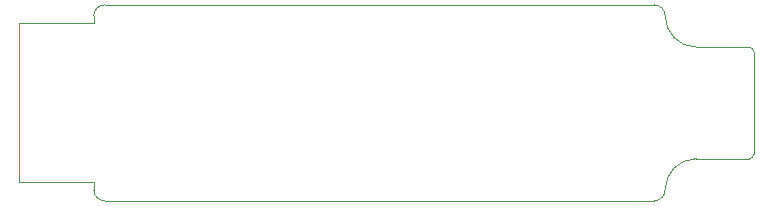
<source format=gbr>
%TF.GenerationSoftware,KiCad,Pcbnew,(5.1.9)-1*%
%TF.CreationDate,2021-02-04T12:19:42+01:00*%
%TF.ProjectId,DynaLoRa_Dongle,44796e61-4c6f-4526-915f-446f6e676c65,rev?*%
%TF.SameCoordinates,Original*%
%TF.FileFunction,Profile,NP*%
%FSLAX46Y46*%
G04 Gerber Fmt 4.6, Leading zero omitted, Abs format (unit mm)*
G04 Created by KiCad (PCBNEW (5.1.9)-1) date 2021-02-04 12:19:42*
%MOMM*%
%LPD*%
G01*
G04 APERTURE LIST*
%TA.AperFunction,Profile*%
%ADD10C,0.050000*%
%TD*%
G04 APERTURE END LIST*
D10*
X23533600Y48907200D02*
G75*
G02*
X22606000Y49834800I0J927600D01*
G01*
X22606000Y64566800D02*
G75*
G02*
X23533600Y65494400I927600J0D01*
G01*
X22606000Y50455600D02*
X22606000Y49834800D01*
X22606000Y63946000D02*
X22606000Y64566800D01*
X70987400Y49834800D02*
G75*
G02*
X70059800Y48907200I-927600J0D01*
G01*
X70987400Y49834800D02*
G75*
G02*
X73629000Y52476400I2641600J0D01*
G01*
X76092800Y52476400D02*
X73629000Y52476400D01*
X70059800Y65494400D02*
G75*
G02*
X70987400Y64566800I0J-927600D01*
G01*
X73629000Y61925200D02*
G75*
G02*
X70987400Y64566800I0J2641600D01*
G01*
X23533600Y48907200D02*
X70059800Y48907200D01*
X78099400Y61925200D02*
G75*
G02*
X78480400Y61544200I0J-381000D01*
G01*
X78480400Y52857400D02*
G75*
G02*
X78099400Y52476400I-381000J0D01*
G01*
X78099400Y52476400D02*
X76092800Y52476400D01*
X78099400Y61925200D02*
X73629000Y61925200D01*
X16256000Y50455600D02*
X22606000Y50455600D01*
X16256000Y63946000D02*
X16256000Y50455600D01*
X78480400Y61544200D02*
X78480400Y52857400D01*
X23533600Y65494400D02*
X70059800Y65494400D01*
X16256000Y63946000D02*
X22606000Y63946000D01*
M02*

</source>
